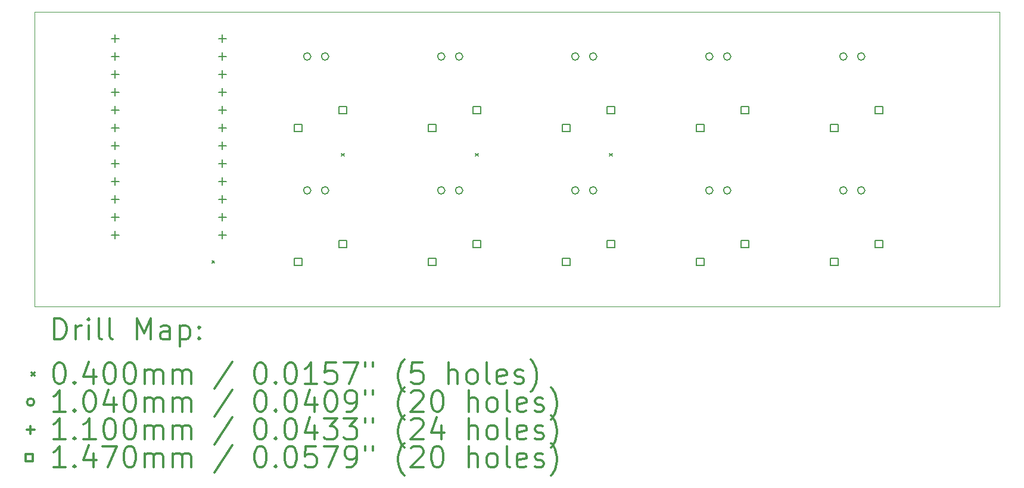
<source format=gbr>
%FSLAX45Y45*%
G04 Gerber Fmt 4.5, Leading zero omitted, Abs format (unit mm)*
G04 Created by KiCad (PCBNEW (5.1.10)-1) date 2022-01-19 18:15:39*
%MOMM*%
%LPD*%
G01*
G04 APERTURE LIST*
%TA.AperFunction,Profile*%
%ADD10C,0.100000*%
%TD*%
%ADD11C,0.200000*%
%ADD12C,0.300000*%
G04 APERTURE END LIST*
D10*
X21590000Y-8001000D02*
X21590000Y-12192000D01*
X7874000Y-8001000D02*
X21590000Y-8001000D01*
X7874000Y-12192000D02*
X7874000Y-8001000D01*
X21590000Y-12192000D02*
X7874000Y-12192000D01*
D11*
X10394000Y-11537000D02*
X10434000Y-11577000D01*
X10434000Y-11537000D02*
X10394000Y-11577000D01*
X12235500Y-10013000D02*
X12275500Y-10053000D01*
X12275500Y-10013000D02*
X12235500Y-10053000D01*
X12235500Y-10013000D02*
X12275500Y-10053000D01*
X12275500Y-10013000D02*
X12235500Y-10053000D01*
X14140500Y-10013000D02*
X14180500Y-10053000D01*
X14180500Y-10013000D02*
X14140500Y-10053000D01*
X16045500Y-10013000D02*
X16085500Y-10053000D01*
X16085500Y-10013000D02*
X16045500Y-10053000D01*
X11799500Y-8636000D02*
G75*
G03*
X11799500Y-8636000I-52000J0D01*
G01*
X11799500Y-10541000D02*
G75*
G03*
X11799500Y-10541000I-52000J0D01*
G01*
X12053500Y-8636000D02*
G75*
G03*
X12053500Y-8636000I-52000J0D01*
G01*
X12053500Y-10541000D02*
G75*
G03*
X12053500Y-10541000I-52000J0D01*
G01*
X13704500Y-8636000D02*
G75*
G03*
X13704500Y-8636000I-52000J0D01*
G01*
X13704500Y-10541000D02*
G75*
G03*
X13704500Y-10541000I-52000J0D01*
G01*
X13958500Y-8636000D02*
G75*
G03*
X13958500Y-8636000I-52000J0D01*
G01*
X13958500Y-10541000D02*
G75*
G03*
X13958500Y-10541000I-52000J0D01*
G01*
X15609500Y-8636000D02*
G75*
G03*
X15609500Y-8636000I-52000J0D01*
G01*
X15609500Y-10541000D02*
G75*
G03*
X15609500Y-10541000I-52000J0D01*
G01*
X15863500Y-8636000D02*
G75*
G03*
X15863500Y-8636000I-52000J0D01*
G01*
X15863500Y-10541000D02*
G75*
G03*
X15863500Y-10541000I-52000J0D01*
G01*
X17514500Y-8636000D02*
G75*
G03*
X17514500Y-8636000I-52000J0D01*
G01*
X17514500Y-10541000D02*
G75*
G03*
X17514500Y-10541000I-52000J0D01*
G01*
X17768500Y-8636000D02*
G75*
G03*
X17768500Y-8636000I-52000J0D01*
G01*
X17768500Y-10541000D02*
G75*
G03*
X17768500Y-10541000I-52000J0D01*
G01*
X19419500Y-8636000D02*
G75*
G03*
X19419500Y-8636000I-52000J0D01*
G01*
X19419500Y-10541000D02*
G75*
G03*
X19419500Y-10541000I-52000J0D01*
G01*
X19673500Y-8636000D02*
G75*
G03*
X19673500Y-8636000I-52000J0D01*
G01*
X19673500Y-10541000D02*
G75*
G03*
X19673500Y-10541000I-52000J0D01*
G01*
X9017000Y-8327000D02*
X9017000Y-8437000D01*
X8962000Y-8382000D02*
X9072000Y-8382000D01*
X9017000Y-8581000D02*
X9017000Y-8691000D01*
X8962000Y-8636000D02*
X9072000Y-8636000D01*
X9017000Y-8835000D02*
X9017000Y-8945000D01*
X8962000Y-8890000D02*
X9072000Y-8890000D01*
X9017000Y-9089000D02*
X9017000Y-9199000D01*
X8962000Y-9144000D02*
X9072000Y-9144000D01*
X9017000Y-9343000D02*
X9017000Y-9453000D01*
X8962000Y-9398000D02*
X9072000Y-9398000D01*
X9017000Y-9597000D02*
X9017000Y-9707000D01*
X8962000Y-9652000D02*
X9072000Y-9652000D01*
X9017000Y-9851000D02*
X9017000Y-9961000D01*
X8962000Y-9906000D02*
X9072000Y-9906000D01*
X9017000Y-10105000D02*
X9017000Y-10215000D01*
X8962000Y-10160000D02*
X9072000Y-10160000D01*
X9017000Y-10359000D02*
X9017000Y-10469000D01*
X8962000Y-10414000D02*
X9072000Y-10414000D01*
X9017000Y-10613000D02*
X9017000Y-10723000D01*
X8962000Y-10668000D02*
X9072000Y-10668000D01*
X9017000Y-10867000D02*
X9017000Y-10977000D01*
X8962000Y-10922000D02*
X9072000Y-10922000D01*
X9017000Y-11121000D02*
X9017000Y-11231000D01*
X8962000Y-11176000D02*
X9072000Y-11176000D01*
X10541000Y-8327000D02*
X10541000Y-8437000D01*
X10486000Y-8382000D02*
X10596000Y-8382000D01*
X10541000Y-8581000D02*
X10541000Y-8691000D01*
X10486000Y-8636000D02*
X10596000Y-8636000D01*
X10541000Y-8835000D02*
X10541000Y-8945000D01*
X10486000Y-8890000D02*
X10596000Y-8890000D01*
X10541000Y-9089000D02*
X10541000Y-9199000D01*
X10486000Y-9144000D02*
X10596000Y-9144000D01*
X10541000Y-9343000D02*
X10541000Y-9453000D01*
X10486000Y-9398000D02*
X10596000Y-9398000D01*
X10541000Y-9597000D02*
X10541000Y-9707000D01*
X10486000Y-9652000D02*
X10596000Y-9652000D01*
X10541000Y-9851000D02*
X10541000Y-9961000D01*
X10486000Y-9906000D02*
X10596000Y-9906000D01*
X10541000Y-10105000D02*
X10541000Y-10215000D01*
X10486000Y-10160000D02*
X10596000Y-10160000D01*
X10541000Y-10359000D02*
X10541000Y-10469000D01*
X10486000Y-10414000D02*
X10596000Y-10414000D01*
X10541000Y-10613000D02*
X10541000Y-10723000D01*
X10486000Y-10668000D02*
X10596000Y-10668000D01*
X10541000Y-10867000D02*
X10541000Y-10977000D01*
X10486000Y-10922000D02*
X10596000Y-10922000D01*
X10541000Y-11121000D02*
X10541000Y-11231000D01*
X10486000Y-11176000D02*
X10596000Y-11176000D01*
X11672473Y-9703973D02*
X11672473Y-9600027D01*
X11568527Y-9600027D01*
X11568527Y-9703973D01*
X11672473Y-9703973D01*
X11672473Y-11608973D02*
X11672473Y-11505027D01*
X11568527Y-11505027D01*
X11568527Y-11608973D01*
X11672473Y-11608973D01*
X12307473Y-9449973D02*
X12307473Y-9346027D01*
X12203527Y-9346027D01*
X12203527Y-9449973D01*
X12307473Y-9449973D01*
X12307473Y-11354973D02*
X12307473Y-11251027D01*
X12203527Y-11251027D01*
X12203527Y-11354973D01*
X12307473Y-11354973D01*
X13577473Y-9703973D02*
X13577473Y-9600027D01*
X13473527Y-9600027D01*
X13473527Y-9703973D01*
X13577473Y-9703973D01*
X13577473Y-11608973D02*
X13577473Y-11505027D01*
X13473527Y-11505027D01*
X13473527Y-11608973D01*
X13577473Y-11608973D01*
X14212473Y-9449973D02*
X14212473Y-9346027D01*
X14108527Y-9346027D01*
X14108527Y-9449973D01*
X14212473Y-9449973D01*
X14212473Y-11354973D02*
X14212473Y-11251027D01*
X14108527Y-11251027D01*
X14108527Y-11354973D01*
X14212473Y-11354973D01*
X15482473Y-9703973D02*
X15482473Y-9600027D01*
X15378527Y-9600027D01*
X15378527Y-9703973D01*
X15482473Y-9703973D01*
X15482473Y-11608973D02*
X15482473Y-11505027D01*
X15378527Y-11505027D01*
X15378527Y-11608973D01*
X15482473Y-11608973D01*
X16117473Y-9449973D02*
X16117473Y-9346027D01*
X16013527Y-9346027D01*
X16013527Y-9449973D01*
X16117473Y-9449973D01*
X16117473Y-11354973D02*
X16117473Y-11251027D01*
X16013527Y-11251027D01*
X16013527Y-11354973D01*
X16117473Y-11354973D01*
X17387473Y-9703973D02*
X17387473Y-9600027D01*
X17283527Y-9600027D01*
X17283527Y-9703973D01*
X17387473Y-9703973D01*
X17387473Y-11608973D02*
X17387473Y-11505027D01*
X17283527Y-11505027D01*
X17283527Y-11608973D01*
X17387473Y-11608973D01*
X18022473Y-9449973D02*
X18022473Y-9346027D01*
X17918527Y-9346027D01*
X17918527Y-9449973D01*
X18022473Y-9449973D01*
X18022473Y-11354973D02*
X18022473Y-11251027D01*
X17918527Y-11251027D01*
X17918527Y-11354973D01*
X18022473Y-11354973D01*
X19292473Y-9703973D02*
X19292473Y-9600027D01*
X19188527Y-9600027D01*
X19188527Y-9703973D01*
X19292473Y-9703973D01*
X19292473Y-11608973D02*
X19292473Y-11505027D01*
X19188527Y-11505027D01*
X19188527Y-11608973D01*
X19292473Y-11608973D01*
X19927473Y-9449973D02*
X19927473Y-9346027D01*
X19823527Y-9346027D01*
X19823527Y-9449973D01*
X19927473Y-9449973D01*
X19927473Y-11354973D02*
X19927473Y-11251027D01*
X19823527Y-11251027D01*
X19823527Y-11354973D01*
X19927473Y-11354973D01*
D12*
X8155428Y-12662714D02*
X8155428Y-12362714D01*
X8226857Y-12362714D01*
X8269714Y-12377000D01*
X8298286Y-12405571D01*
X8312571Y-12434143D01*
X8326857Y-12491286D01*
X8326857Y-12534143D01*
X8312571Y-12591286D01*
X8298286Y-12619857D01*
X8269714Y-12648429D01*
X8226857Y-12662714D01*
X8155428Y-12662714D01*
X8455428Y-12662714D02*
X8455428Y-12462714D01*
X8455428Y-12519857D02*
X8469714Y-12491286D01*
X8484000Y-12477000D01*
X8512571Y-12462714D01*
X8541143Y-12462714D01*
X8641143Y-12662714D02*
X8641143Y-12462714D01*
X8641143Y-12362714D02*
X8626857Y-12377000D01*
X8641143Y-12391286D01*
X8655428Y-12377000D01*
X8641143Y-12362714D01*
X8641143Y-12391286D01*
X8826857Y-12662714D02*
X8798286Y-12648429D01*
X8784000Y-12619857D01*
X8784000Y-12362714D01*
X8984000Y-12662714D02*
X8955428Y-12648429D01*
X8941143Y-12619857D01*
X8941143Y-12362714D01*
X9326857Y-12662714D02*
X9326857Y-12362714D01*
X9426857Y-12577000D01*
X9526857Y-12362714D01*
X9526857Y-12662714D01*
X9798286Y-12662714D02*
X9798286Y-12505571D01*
X9784000Y-12477000D01*
X9755428Y-12462714D01*
X9698286Y-12462714D01*
X9669714Y-12477000D01*
X9798286Y-12648429D02*
X9769714Y-12662714D01*
X9698286Y-12662714D01*
X9669714Y-12648429D01*
X9655428Y-12619857D01*
X9655428Y-12591286D01*
X9669714Y-12562714D01*
X9698286Y-12548429D01*
X9769714Y-12548429D01*
X9798286Y-12534143D01*
X9941143Y-12462714D02*
X9941143Y-12762714D01*
X9941143Y-12477000D02*
X9969714Y-12462714D01*
X10026857Y-12462714D01*
X10055428Y-12477000D01*
X10069714Y-12491286D01*
X10084000Y-12519857D01*
X10084000Y-12605571D01*
X10069714Y-12634143D01*
X10055428Y-12648429D01*
X10026857Y-12662714D01*
X9969714Y-12662714D01*
X9941143Y-12648429D01*
X10212571Y-12634143D02*
X10226857Y-12648429D01*
X10212571Y-12662714D01*
X10198286Y-12648429D01*
X10212571Y-12634143D01*
X10212571Y-12662714D01*
X10212571Y-12477000D02*
X10226857Y-12491286D01*
X10212571Y-12505571D01*
X10198286Y-12491286D01*
X10212571Y-12477000D01*
X10212571Y-12505571D01*
X7829000Y-13137000D02*
X7869000Y-13177000D01*
X7869000Y-13137000D02*
X7829000Y-13177000D01*
X8212571Y-12992714D02*
X8241143Y-12992714D01*
X8269714Y-13007000D01*
X8284000Y-13021286D01*
X8298286Y-13049857D01*
X8312571Y-13107000D01*
X8312571Y-13178429D01*
X8298286Y-13235571D01*
X8284000Y-13264143D01*
X8269714Y-13278429D01*
X8241143Y-13292714D01*
X8212571Y-13292714D01*
X8184000Y-13278429D01*
X8169714Y-13264143D01*
X8155428Y-13235571D01*
X8141143Y-13178429D01*
X8141143Y-13107000D01*
X8155428Y-13049857D01*
X8169714Y-13021286D01*
X8184000Y-13007000D01*
X8212571Y-12992714D01*
X8441143Y-13264143D02*
X8455428Y-13278429D01*
X8441143Y-13292714D01*
X8426857Y-13278429D01*
X8441143Y-13264143D01*
X8441143Y-13292714D01*
X8712571Y-13092714D02*
X8712571Y-13292714D01*
X8641143Y-12978429D02*
X8569714Y-13192714D01*
X8755428Y-13192714D01*
X8926857Y-12992714D02*
X8955428Y-12992714D01*
X8984000Y-13007000D01*
X8998286Y-13021286D01*
X9012571Y-13049857D01*
X9026857Y-13107000D01*
X9026857Y-13178429D01*
X9012571Y-13235571D01*
X8998286Y-13264143D01*
X8984000Y-13278429D01*
X8955428Y-13292714D01*
X8926857Y-13292714D01*
X8898286Y-13278429D01*
X8884000Y-13264143D01*
X8869714Y-13235571D01*
X8855428Y-13178429D01*
X8855428Y-13107000D01*
X8869714Y-13049857D01*
X8884000Y-13021286D01*
X8898286Y-13007000D01*
X8926857Y-12992714D01*
X9212571Y-12992714D02*
X9241143Y-12992714D01*
X9269714Y-13007000D01*
X9284000Y-13021286D01*
X9298286Y-13049857D01*
X9312571Y-13107000D01*
X9312571Y-13178429D01*
X9298286Y-13235571D01*
X9284000Y-13264143D01*
X9269714Y-13278429D01*
X9241143Y-13292714D01*
X9212571Y-13292714D01*
X9184000Y-13278429D01*
X9169714Y-13264143D01*
X9155428Y-13235571D01*
X9141143Y-13178429D01*
X9141143Y-13107000D01*
X9155428Y-13049857D01*
X9169714Y-13021286D01*
X9184000Y-13007000D01*
X9212571Y-12992714D01*
X9441143Y-13292714D02*
X9441143Y-13092714D01*
X9441143Y-13121286D02*
X9455428Y-13107000D01*
X9484000Y-13092714D01*
X9526857Y-13092714D01*
X9555428Y-13107000D01*
X9569714Y-13135571D01*
X9569714Y-13292714D01*
X9569714Y-13135571D02*
X9584000Y-13107000D01*
X9612571Y-13092714D01*
X9655428Y-13092714D01*
X9684000Y-13107000D01*
X9698286Y-13135571D01*
X9698286Y-13292714D01*
X9841143Y-13292714D02*
X9841143Y-13092714D01*
X9841143Y-13121286D02*
X9855428Y-13107000D01*
X9884000Y-13092714D01*
X9926857Y-13092714D01*
X9955428Y-13107000D01*
X9969714Y-13135571D01*
X9969714Y-13292714D01*
X9969714Y-13135571D02*
X9984000Y-13107000D01*
X10012571Y-13092714D01*
X10055428Y-13092714D01*
X10084000Y-13107000D01*
X10098286Y-13135571D01*
X10098286Y-13292714D01*
X10684000Y-12978429D02*
X10426857Y-13364143D01*
X11069714Y-12992714D02*
X11098286Y-12992714D01*
X11126857Y-13007000D01*
X11141143Y-13021286D01*
X11155428Y-13049857D01*
X11169714Y-13107000D01*
X11169714Y-13178429D01*
X11155428Y-13235571D01*
X11141143Y-13264143D01*
X11126857Y-13278429D01*
X11098286Y-13292714D01*
X11069714Y-13292714D01*
X11041143Y-13278429D01*
X11026857Y-13264143D01*
X11012571Y-13235571D01*
X10998286Y-13178429D01*
X10998286Y-13107000D01*
X11012571Y-13049857D01*
X11026857Y-13021286D01*
X11041143Y-13007000D01*
X11069714Y-12992714D01*
X11298286Y-13264143D02*
X11312571Y-13278429D01*
X11298286Y-13292714D01*
X11284000Y-13278429D01*
X11298286Y-13264143D01*
X11298286Y-13292714D01*
X11498286Y-12992714D02*
X11526857Y-12992714D01*
X11555428Y-13007000D01*
X11569714Y-13021286D01*
X11584000Y-13049857D01*
X11598286Y-13107000D01*
X11598286Y-13178429D01*
X11584000Y-13235571D01*
X11569714Y-13264143D01*
X11555428Y-13278429D01*
X11526857Y-13292714D01*
X11498286Y-13292714D01*
X11469714Y-13278429D01*
X11455428Y-13264143D01*
X11441143Y-13235571D01*
X11426857Y-13178429D01*
X11426857Y-13107000D01*
X11441143Y-13049857D01*
X11455428Y-13021286D01*
X11469714Y-13007000D01*
X11498286Y-12992714D01*
X11884000Y-13292714D02*
X11712571Y-13292714D01*
X11798286Y-13292714D02*
X11798286Y-12992714D01*
X11769714Y-13035571D01*
X11741143Y-13064143D01*
X11712571Y-13078429D01*
X12155428Y-12992714D02*
X12012571Y-12992714D01*
X11998286Y-13135571D01*
X12012571Y-13121286D01*
X12041143Y-13107000D01*
X12112571Y-13107000D01*
X12141143Y-13121286D01*
X12155428Y-13135571D01*
X12169714Y-13164143D01*
X12169714Y-13235571D01*
X12155428Y-13264143D01*
X12141143Y-13278429D01*
X12112571Y-13292714D01*
X12041143Y-13292714D01*
X12012571Y-13278429D01*
X11998286Y-13264143D01*
X12269714Y-12992714D02*
X12469714Y-12992714D01*
X12341143Y-13292714D01*
X12569714Y-12992714D02*
X12569714Y-13049857D01*
X12684000Y-12992714D02*
X12684000Y-13049857D01*
X13126857Y-13407000D02*
X13112571Y-13392714D01*
X13084000Y-13349857D01*
X13069714Y-13321286D01*
X13055428Y-13278429D01*
X13041143Y-13207000D01*
X13041143Y-13149857D01*
X13055428Y-13078429D01*
X13069714Y-13035571D01*
X13084000Y-13007000D01*
X13112571Y-12964143D01*
X13126857Y-12949857D01*
X13384000Y-12992714D02*
X13241143Y-12992714D01*
X13226857Y-13135571D01*
X13241143Y-13121286D01*
X13269714Y-13107000D01*
X13341143Y-13107000D01*
X13369714Y-13121286D01*
X13384000Y-13135571D01*
X13398286Y-13164143D01*
X13398286Y-13235571D01*
X13384000Y-13264143D01*
X13369714Y-13278429D01*
X13341143Y-13292714D01*
X13269714Y-13292714D01*
X13241143Y-13278429D01*
X13226857Y-13264143D01*
X13755428Y-13292714D02*
X13755428Y-12992714D01*
X13884000Y-13292714D02*
X13884000Y-13135571D01*
X13869714Y-13107000D01*
X13841143Y-13092714D01*
X13798286Y-13092714D01*
X13769714Y-13107000D01*
X13755428Y-13121286D01*
X14069714Y-13292714D02*
X14041143Y-13278429D01*
X14026857Y-13264143D01*
X14012571Y-13235571D01*
X14012571Y-13149857D01*
X14026857Y-13121286D01*
X14041143Y-13107000D01*
X14069714Y-13092714D01*
X14112571Y-13092714D01*
X14141143Y-13107000D01*
X14155428Y-13121286D01*
X14169714Y-13149857D01*
X14169714Y-13235571D01*
X14155428Y-13264143D01*
X14141143Y-13278429D01*
X14112571Y-13292714D01*
X14069714Y-13292714D01*
X14341143Y-13292714D02*
X14312571Y-13278429D01*
X14298286Y-13249857D01*
X14298286Y-12992714D01*
X14569714Y-13278429D02*
X14541143Y-13292714D01*
X14484000Y-13292714D01*
X14455428Y-13278429D01*
X14441143Y-13249857D01*
X14441143Y-13135571D01*
X14455428Y-13107000D01*
X14484000Y-13092714D01*
X14541143Y-13092714D01*
X14569714Y-13107000D01*
X14584000Y-13135571D01*
X14584000Y-13164143D01*
X14441143Y-13192714D01*
X14698286Y-13278429D02*
X14726857Y-13292714D01*
X14784000Y-13292714D01*
X14812571Y-13278429D01*
X14826857Y-13249857D01*
X14826857Y-13235571D01*
X14812571Y-13207000D01*
X14784000Y-13192714D01*
X14741143Y-13192714D01*
X14712571Y-13178429D01*
X14698286Y-13149857D01*
X14698286Y-13135571D01*
X14712571Y-13107000D01*
X14741143Y-13092714D01*
X14784000Y-13092714D01*
X14812571Y-13107000D01*
X14926857Y-13407000D02*
X14941143Y-13392714D01*
X14969714Y-13349857D01*
X14984000Y-13321286D01*
X14998286Y-13278429D01*
X15012571Y-13207000D01*
X15012571Y-13149857D01*
X14998286Y-13078429D01*
X14984000Y-13035571D01*
X14969714Y-13007000D01*
X14941143Y-12964143D01*
X14926857Y-12949857D01*
X7869000Y-13553000D02*
G75*
G03*
X7869000Y-13553000I-52000J0D01*
G01*
X8312571Y-13688714D02*
X8141143Y-13688714D01*
X8226857Y-13688714D02*
X8226857Y-13388714D01*
X8198286Y-13431571D01*
X8169714Y-13460143D01*
X8141143Y-13474429D01*
X8441143Y-13660143D02*
X8455428Y-13674429D01*
X8441143Y-13688714D01*
X8426857Y-13674429D01*
X8441143Y-13660143D01*
X8441143Y-13688714D01*
X8641143Y-13388714D02*
X8669714Y-13388714D01*
X8698286Y-13403000D01*
X8712571Y-13417286D01*
X8726857Y-13445857D01*
X8741143Y-13503000D01*
X8741143Y-13574429D01*
X8726857Y-13631571D01*
X8712571Y-13660143D01*
X8698286Y-13674429D01*
X8669714Y-13688714D01*
X8641143Y-13688714D01*
X8612571Y-13674429D01*
X8598286Y-13660143D01*
X8584000Y-13631571D01*
X8569714Y-13574429D01*
X8569714Y-13503000D01*
X8584000Y-13445857D01*
X8598286Y-13417286D01*
X8612571Y-13403000D01*
X8641143Y-13388714D01*
X8998286Y-13488714D02*
X8998286Y-13688714D01*
X8926857Y-13374429D02*
X8855428Y-13588714D01*
X9041143Y-13588714D01*
X9212571Y-13388714D02*
X9241143Y-13388714D01*
X9269714Y-13403000D01*
X9284000Y-13417286D01*
X9298286Y-13445857D01*
X9312571Y-13503000D01*
X9312571Y-13574429D01*
X9298286Y-13631571D01*
X9284000Y-13660143D01*
X9269714Y-13674429D01*
X9241143Y-13688714D01*
X9212571Y-13688714D01*
X9184000Y-13674429D01*
X9169714Y-13660143D01*
X9155428Y-13631571D01*
X9141143Y-13574429D01*
X9141143Y-13503000D01*
X9155428Y-13445857D01*
X9169714Y-13417286D01*
X9184000Y-13403000D01*
X9212571Y-13388714D01*
X9441143Y-13688714D02*
X9441143Y-13488714D01*
X9441143Y-13517286D02*
X9455428Y-13503000D01*
X9484000Y-13488714D01*
X9526857Y-13488714D01*
X9555428Y-13503000D01*
X9569714Y-13531571D01*
X9569714Y-13688714D01*
X9569714Y-13531571D02*
X9584000Y-13503000D01*
X9612571Y-13488714D01*
X9655428Y-13488714D01*
X9684000Y-13503000D01*
X9698286Y-13531571D01*
X9698286Y-13688714D01*
X9841143Y-13688714D02*
X9841143Y-13488714D01*
X9841143Y-13517286D02*
X9855428Y-13503000D01*
X9884000Y-13488714D01*
X9926857Y-13488714D01*
X9955428Y-13503000D01*
X9969714Y-13531571D01*
X9969714Y-13688714D01*
X9969714Y-13531571D02*
X9984000Y-13503000D01*
X10012571Y-13488714D01*
X10055428Y-13488714D01*
X10084000Y-13503000D01*
X10098286Y-13531571D01*
X10098286Y-13688714D01*
X10684000Y-13374429D02*
X10426857Y-13760143D01*
X11069714Y-13388714D02*
X11098286Y-13388714D01*
X11126857Y-13403000D01*
X11141143Y-13417286D01*
X11155428Y-13445857D01*
X11169714Y-13503000D01*
X11169714Y-13574429D01*
X11155428Y-13631571D01*
X11141143Y-13660143D01*
X11126857Y-13674429D01*
X11098286Y-13688714D01*
X11069714Y-13688714D01*
X11041143Y-13674429D01*
X11026857Y-13660143D01*
X11012571Y-13631571D01*
X10998286Y-13574429D01*
X10998286Y-13503000D01*
X11012571Y-13445857D01*
X11026857Y-13417286D01*
X11041143Y-13403000D01*
X11069714Y-13388714D01*
X11298286Y-13660143D02*
X11312571Y-13674429D01*
X11298286Y-13688714D01*
X11284000Y-13674429D01*
X11298286Y-13660143D01*
X11298286Y-13688714D01*
X11498286Y-13388714D02*
X11526857Y-13388714D01*
X11555428Y-13403000D01*
X11569714Y-13417286D01*
X11584000Y-13445857D01*
X11598286Y-13503000D01*
X11598286Y-13574429D01*
X11584000Y-13631571D01*
X11569714Y-13660143D01*
X11555428Y-13674429D01*
X11526857Y-13688714D01*
X11498286Y-13688714D01*
X11469714Y-13674429D01*
X11455428Y-13660143D01*
X11441143Y-13631571D01*
X11426857Y-13574429D01*
X11426857Y-13503000D01*
X11441143Y-13445857D01*
X11455428Y-13417286D01*
X11469714Y-13403000D01*
X11498286Y-13388714D01*
X11855428Y-13488714D02*
X11855428Y-13688714D01*
X11784000Y-13374429D02*
X11712571Y-13588714D01*
X11898286Y-13588714D01*
X12069714Y-13388714D02*
X12098286Y-13388714D01*
X12126857Y-13403000D01*
X12141143Y-13417286D01*
X12155428Y-13445857D01*
X12169714Y-13503000D01*
X12169714Y-13574429D01*
X12155428Y-13631571D01*
X12141143Y-13660143D01*
X12126857Y-13674429D01*
X12098286Y-13688714D01*
X12069714Y-13688714D01*
X12041143Y-13674429D01*
X12026857Y-13660143D01*
X12012571Y-13631571D01*
X11998286Y-13574429D01*
X11998286Y-13503000D01*
X12012571Y-13445857D01*
X12026857Y-13417286D01*
X12041143Y-13403000D01*
X12069714Y-13388714D01*
X12312571Y-13688714D02*
X12369714Y-13688714D01*
X12398286Y-13674429D01*
X12412571Y-13660143D01*
X12441143Y-13617286D01*
X12455428Y-13560143D01*
X12455428Y-13445857D01*
X12441143Y-13417286D01*
X12426857Y-13403000D01*
X12398286Y-13388714D01*
X12341143Y-13388714D01*
X12312571Y-13403000D01*
X12298286Y-13417286D01*
X12284000Y-13445857D01*
X12284000Y-13517286D01*
X12298286Y-13545857D01*
X12312571Y-13560143D01*
X12341143Y-13574429D01*
X12398286Y-13574429D01*
X12426857Y-13560143D01*
X12441143Y-13545857D01*
X12455428Y-13517286D01*
X12569714Y-13388714D02*
X12569714Y-13445857D01*
X12684000Y-13388714D02*
X12684000Y-13445857D01*
X13126857Y-13803000D02*
X13112571Y-13788714D01*
X13084000Y-13745857D01*
X13069714Y-13717286D01*
X13055428Y-13674429D01*
X13041143Y-13603000D01*
X13041143Y-13545857D01*
X13055428Y-13474429D01*
X13069714Y-13431571D01*
X13084000Y-13403000D01*
X13112571Y-13360143D01*
X13126857Y-13345857D01*
X13226857Y-13417286D02*
X13241143Y-13403000D01*
X13269714Y-13388714D01*
X13341143Y-13388714D01*
X13369714Y-13403000D01*
X13384000Y-13417286D01*
X13398286Y-13445857D01*
X13398286Y-13474429D01*
X13384000Y-13517286D01*
X13212571Y-13688714D01*
X13398286Y-13688714D01*
X13584000Y-13388714D02*
X13612571Y-13388714D01*
X13641143Y-13403000D01*
X13655428Y-13417286D01*
X13669714Y-13445857D01*
X13684000Y-13503000D01*
X13684000Y-13574429D01*
X13669714Y-13631571D01*
X13655428Y-13660143D01*
X13641143Y-13674429D01*
X13612571Y-13688714D01*
X13584000Y-13688714D01*
X13555428Y-13674429D01*
X13541143Y-13660143D01*
X13526857Y-13631571D01*
X13512571Y-13574429D01*
X13512571Y-13503000D01*
X13526857Y-13445857D01*
X13541143Y-13417286D01*
X13555428Y-13403000D01*
X13584000Y-13388714D01*
X14041143Y-13688714D02*
X14041143Y-13388714D01*
X14169714Y-13688714D02*
X14169714Y-13531571D01*
X14155428Y-13503000D01*
X14126857Y-13488714D01*
X14084000Y-13488714D01*
X14055428Y-13503000D01*
X14041143Y-13517286D01*
X14355428Y-13688714D02*
X14326857Y-13674429D01*
X14312571Y-13660143D01*
X14298286Y-13631571D01*
X14298286Y-13545857D01*
X14312571Y-13517286D01*
X14326857Y-13503000D01*
X14355428Y-13488714D01*
X14398286Y-13488714D01*
X14426857Y-13503000D01*
X14441143Y-13517286D01*
X14455428Y-13545857D01*
X14455428Y-13631571D01*
X14441143Y-13660143D01*
X14426857Y-13674429D01*
X14398286Y-13688714D01*
X14355428Y-13688714D01*
X14626857Y-13688714D02*
X14598286Y-13674429D01*
X14584000Y-13645857D01*
X14584000Y-13388714D01*
X14855428Y-13674429D02*
X14826857Y-13688714D01*
X14769714Y-13688714D01*
X14741143Y-13674429D01*
X14726857Y-13645857D01*
X14726857Y-13531571D01*
X14741143Y-13503000D01*
X14769714Y-13488714D01*
X14826857Y-13488714D01*
X14855428Y-13503000D01*
X14869714Y-13531571D01*
X14869714Y-13560143D01*
X14726857Y-13588714D01*
X14984000Y-13674429D02*
X15012571Y-13688714D01*
X15069714Y-13688714D01*
X15098286Y-13674429D01*
X15112571Y-13645857D01*
X15112571Y-13631571D01*
X15098286Y-13603000D01*
X15069714Y-13588714D01*
X15026857Y-13588714D01*
X14998286Y-13574429D01*
X14984000Y-13545857D01*
X14984000Y-13531571D01*
X14998286Y-13503000D01*
X15026857Y-13488714D01*
X15069714Y-13488714D01*
X15098286Y-13503000D01*
X15212571Y-13803000D02*
X15226857Y-13788714D01*
X15255428Y-13745857D01*
X15269714Y-13717286D01*
X15284000Y-13674429D01*
X15298286Y-13603000D01*
X15298286Y-13545857D01*
X15284000Y-13474429D01*
X15269714Y-13431571D01*
X15255428Y-13403000D01*
X15226857Y-13360143D01*
X15212571Y-13345857D01*
X7814000Y-13894000D02*
X7814000Y-14004000D01*
X7759000Y-13949000D02*
X7869000Y-13949000D01*
X8312571Y-14084714D02*
X8141143Y-14084714D01*
X8226857Y-14084714D02*
X8226857Y-13784714D01*
X8198286Y-13827571D01*
X8169714Y-13856143D01*
X8141143Y-13870429D01*
X8441143Y-14056143D02*
X8455428Y-14070429D01*
X8441143Y-14084714D01*
X8426857Y-14070429D01*
X8441143Y-14056143D01*
X8441143Y-14084714D01*
X8741143Y-14084714D02*
X8569714Y-14084714D01*
X8655428Y-14084714D02*
X8655428Y-13784714D01*
X8626857Y-13827571D01*
X8598286Y-13856143D01*
X8569714Y-13870429D01*
X8926857Y-13784714D02*
X8955428Y-13784714D01*
X8984000Y-13799000D01*
X8998286Y-13813286D01*
X9012571Y-13841857D01*
X9026857Y-13899000D01*
X9026857Y-13970429D01*
X9012571Y-14027571D01*
X8998286Y-14056143D01*
X8984000Y-14070429D01*
X8955428Y-14084714D01*
X8926857Y-14084714D01*
X8898286Y-14070429D01*
X8884000Y-14056143D01*
X8869714Y-14027571D01*
X8855428Y-13970429D01*
X8855428Y-13899000D01*
X8869714Y-13841857D01*
X8884000Y-13813286D01*
X8898286Y-13799000D01*
X8926857Y-13784714D01*
X9212571Y-13784714D02*
X9241143Y-13784714D01*
X9269714Y-13799000D01*
X9284000Y-13813286D01*
X9298286Y-13841857D01*
X9312571Y-13899000D01*
X9312571Y-13970429D01*
X9298286Y-14027571D01*
X9284000Y-14056143D01*
X9269714Y-14070429D01*
X9241143Y-14084714D01*
X9212571Y-14084714D01*
X9184000Y-14070429D01*
X9169714Y-14056143D01*
X9155428Y-14027571D01*
X9141143Y-13970429D01*
X9141143Y-13899000D01*
X9155428Y-13841857D01*
X9169714Y-13813286D01*
X9184000Y-13799000D01*
X9212571Y-13784714D01*
X9441143Y-14084714D02*
X9441143Y-13884714D01*
X9441143Y-13913286D02*
X9455428Y-13899000D01*
X9484000Y-13884714D01*
X9526857Y-13884714D01*
X9555428Y-13899000D01*
X9569714Y-13927571D01*
X9569714Y-14084714D01*
X9569714Y-13927571D02*
X9584000Y-13899000D01*
X9612571Y-13884714D01*
X9655428Y-13884714D01*
X9684000Y-13899000D01*
X9698286Y-13927571D01*
X9698286Y-14084714D01*
X9841143Y-14084714D02*
X9841143Y-13884714D01*
X9841143Y-13913286D02*
X9855428Y-13899000D01*
X9884000Y-13884714D01*
X9926857Y-13884714D01*
X9955428Y-13899000D01*
X9969714Y-13927571D01*
X9969714Y-14084714D01*
X9969714Y-13927571D02*
X9984000Y-13899000D01*
X10012571Y-13884714D01*
X10055428Y-13884714D01*
X10084000Y-13899000D01*
X10098286Y-13927571D01*
X10098286Y-14084714D01*
X10684000Y-13770429D02*
X10426857Y-14156143D01*
X11069714Y-13784714D02*
X11098286Y-13784714D01*
X11126857Y-13799000D01*
X11141143Y-13813286D01*
X11155428Y-13841857D01*
X11169714Y-13899000D01*
X11169714Y-13970429D01*
X11155428Y-14027571D01*
X11141143Y-14056143D01*
X11126857Y-14070429D01*
X11098286Y-14084714D01*
X11069714Y-14084714D01*
X11041143Y-14070429D01*
X11026857Y-14056143D01*
X11012571Y-14027571D01*
X10998286Y-13970429D01*
X10998286Y-13899000D01*
X11012571Y-13841857D01*
X11026857Y-13813286D01*
X11041143Y-13799000D01*
X11069714Y-13784714D01*
X11298286Y-14056143D02*
X11312571Y-14070429D01*
X11298286Y-14084714D01*
X11284000Y-14070429D01*
X11298286Y-14056143D01*
X11298286Y-14084714D01*
X11498286Y-13784714D02*
X11526857Y-13784714D01*
X11555428Y-13799000D01*
X11569714Y-13813286D01*
X11584000Y-13841857D01*
X11598286Y-13899000D01*
X11598286Y-13970429D01*
X11584000Y-14027571D01*
X11569714Y-14056143D01*
X11555428Y-14070429D01*
X11526857Y-14084714D01*
X11498286Y-14084714D01*
X11469714Y-14070429D01*
X11455428Y-14056143D01*
X11441143Y-14027571D01*
X11426857Y-13970429D01*
X11426857Y-13899000D01*
X11441143Y-13841857D01*
X11455428Y-13813286D01*
X11469714Y-13799000D01*
X11498286Y-13784714D01*
X11855428Y-13884714D02*
X11855428Y-14084714D01*
X11784000Y-13770429D02*
X11712571Y-13984714D01*
X11898286Y-13984714D01*
X11984000Y-13784714D02*
X12169714Y-13784714D01*
X12069714Y-13899000D01*
X12112571Y-13899000D01*
X12141143Y-13913286D01*
X12155428Y-13927571D01*
X12169714Y-13956143D01*
X12169714Y-14027571D01*
X12155428Y-14056143D01*
X12141143Y-14070429D01*
X12112571Y-14084714D01*
X12026857Y-14084714D01*
X11998286Y-14070429D01*
X11984000Y-14056143D01*
X12269714Y-13784714D02*
X12455428Y-13784714D01*
X12355428Y-13899000D01*
X12398286Y-13899000D01*
X12426857Y-13913286D01*
X12441143Y-13927571D01*
X12455428Y-13956143D01*
X12455428Y-14027571D01*
X12441143Y-14056143D01*
X12426857Y-14070429D01*
X12398286Y-14084714D01*
X12312571Y-14084714D01*
X12284000Y-14070429D01*
X12269714Y-14056143D01*
X12569714Y-13784714D02*
X12569714Y-13841857D01*
X12684000Y-13784714D02*
X12684000Y-13841857D01*
X13126857Y-14199000D02*
X13112571Y-14184714D01*
X13084000Y-14141857D01*
X13069714Y-14113286D01*
X13055428Y-14070429D01*
X13041143Y-13999000D01*
X13041143Y-13941857D01*
X13055428Y-13870429D01*
X13069714Y-13827571D01*
X13084000Y-13799000D01*
X13112571Y-13756143D01*
X13126857Y-13741857D01*
X13226857Y-13813286D02*
X13241143Y-13799000D01*
X13269714Y-13784714D01*
X13341143Y-13784714D01*
X13369714Y-13799000D01*
X13384000Y-13813286D01*
X13398286Y-13841857D01*
X13398286Y-13870429D01*
X13384000Y-13913286D01*
X13212571Y-14084714D01*
X13398286Y-14084714D01*
X13655428Y-13884714D02*
X13655428Y-14084714D01*
X13584000Y-13770429D02*
X13512571Y-13984714D01*
X13698286Y-13984714D01*
X14041143Y-14084714D02*
X14041143Y-13784714D01*
X14169714Y-14084714D02*
X14169714Y-13927571D01*
X14155428Y-13899000D01*
X14126857Y-13884714D01*
X14084000Y-13884714D01*
X14055428Y-13899000D01*
X14041143Y-13913286D01*
X14355428Y-14084714D02*
X14326857Y-14070429D01*
X14312571Y-14056143D01*
X14298286Y-14027571D01*
X14298286Y-13941857D01*
X14312571Y-13913286D01*
X14326857Y-13899000D01*
X14355428Y-13884714D01*
X14398286Y-13884714D01*
X14426857Y-13899000D01*
X14441143Y-13913286D01*
X14455428Y-13941857D01*
X14455428Y-14027571D01*
X14441143Y-14056143D01*
X14426857Y-14070429D01*
X14398286Y-14084714D01*
X14355428Y-14084714D01*
X14626857Y-14084714D02*
X14598286Y-14070429D01*
X14584000Y-14041857D01*
X14584000Y-13784714D01*
X14855428Y-14070429D02*
X14826857Y-14084714D01*
X14769714Y-14084714D01*
X14741143Y-14070429D01*
X14726857Y-14041857D01*
X14726857Y-13927571D01*
X14741143Y-13899000D01*
X14769714Y-13884714D01*
X14826857Y-13884714D01*
X14855428Y-13899000D01*
X14869714Y-13927571D01*
X14869714Y-13956143D01*
X14726857Y-13984714D01*
X14984000Y-14070429D02*
X15012571Y-14084714D01*
X15069714Y-14084714D01*
X15098286Y-14070429D01*
X15112571Y-14041857D01*
X15112571Y-14027571D01*
X15098286Y-13999000D01*
X15069714Y-13984714D01*
X15026857Y-13984714D01*
X14998286Y-13970429D01*
X14984000Y-13941857D01*
X14984000Y-13927571D01*
X14998286Y-13899000D01*
X15026857Y-13884714D01*
X15069714Y-13884714D01*
X15098286Y-13899000D01*
X15212571Y-14199000D02*
X15226857Y-14184714D01*
X15255428Y-14141857D01*
X15269714Y-14113286D01*
X15284000Y-14070429D01*
X15298286Y-13999000D01*
X15298286Y-13941857D01*
X15284000Y-13870429D01*
X15269714Y-13827571D01*
X15255428Y-13799000D01*
X15226857Y-13756143D01*
X15212571Y-13741857D01*
X7847473Y-14396973D02*
X7847473Y-14293027D01*
X7743527Y-14293027D01*
X7743527Y-14396973D01*
X7847473Y-14396973D01*
X8312571Y-14480714D02*
X8141143Y-14480714D01*
X8226857Y-14480714D02*
X8226857Y-14180714D01*
X8198286Y-14223571D01*
X8169714Y-14252143D01*
X8141143Y-14266429D01*
X8441143Y-14452143D02*
X8455428Y-14466429D01*
X8441143Y-14480714D01*
X8426857Y-14466429D01*
X8441143Y-14452143D01*
X8441143Y-14480714D01*
X8712571Y-14280714D02*
X8712571Y-14480714D01*
X8641143Y-14166429D02*
X8569714Y-14380714D01*
X8755428Y-14380714D01*
X8841143Y-14180714D02*
X9041143Y-14180714D01*
X8912571Y-14480714D01*
X9212571Y-14180714D02*
X9241143Y-14180714D01*
X9269714Y-14195000D01*
X9284000Y-14209286D01*
X9298286Y-14237857D01*
X9312571Y-14295000D01*
X9312571Y-14366429D01*
X9298286Y-14423571D01*
X9284000Y-14452143D01*
X9269714Y-14466429D01*
X9241143Y-14480714D01*
X9212571Y-14480714D01*
X9184000Y-14466429D01*
X9169714Y-14452143D01*
X9155428Y-14423571D01*
X9141143Y-14366429D01*
X9141143Y-14295000D01*
X9155428Y-14237857D01*
X9169714Y-14209286D01*
X9184000Y-14195000D01*
X9212571Y-14180714D01*
X9441143Y-14480714D02*
X9441143Y-14280714D01*
X9441143Y-14309286D02*
X9455428Y-14295000D01*
X9484000Y-14280714D01*
X9526857Y-14280714D01*
X9555428Y-14295000D01*
X9569714Y-14323571D01*
X9569714Y-14480714D01*
X9569714Y-14323571D02*
X9584000Y-14295000D01*
X9612571Y-14280714D01*
X9655428Y-14280714D01*
X9684000Y-14295000D01*
X9698286Y-14323571D01*
X9698286Y-14480714D01*
X9841143Y-14480714D02*
X9841143Y-14280714D01*
X9841143Y-14309286D02*
X9855428Y-14295000D01*
X9884000Y-14280714D01*
X9926857Y-14280714D01*
X9955428Y-14295000D01*
X9969714Y-14323571D01*
X9969714Y-14480714D01*
X9969714Y-14323571D02*
X9984000Y-14295000D01*
X10012571Y-14280714D01*
X10055428Y-14280714D01*
X10084000Y-14295000D01*
X10098286Y-14323571D01*
X10098286Y-14480714D01*
X10684000Y-14166429D02*
X10426857Y-14552143D01*
X11069714Y-14180714D02*
X11098286Y-14180714D01*
X11126857Y-14195000D01*
X11141143Y-14209286D01*
X11155428Y-14237857D01*
X11169714Y-14295000D01*
X11169714Y-14366429D01*
X11155428Y-14423571D01*
X11141143Y-14452143D01*
X11126857Y-14466429D01*
X11098286Y-14480714D01*
X11069714Y-14480714D01*
X11041143Y-14466429D01*
X11026857Y-14452143D01*
X11012571Y-14423571D01*
X10998286Y-14366429D01*
X10998286Y-14295000D01*
X11012571Y-14237857D01*
X11026857Y-14209286D01*
X11041143Y-14195000D01*
X11069714Y-14180714D01*
X11298286Y-14452143D02*
X11312571Y-14466429D01*
X11298286Y-14480714D01*
X11284000Y-14466429D01*
X11298286Y-14452143D01*
X11298286Y-14480714D01*
X11498286Y-14180714D02*
X11526857Y-14180714D01*
X11555428Y-14195000D01*
X11569714Y-14209286D01*
X11584000Y-14237857D01*
X11598286Y-14295000D01*
X11598286Y-14366429D01*
X11584000Y-14423571D01*
X11569714Y-14452143D01*
X11555428Y-14466429D01*
X11526857Y-14480714D01*
X11498286Y-14480714D01*
X11469714Y-14466429D01*
X11455428Y-14452143D01*
X11441143Y-14423571D01*
X11426857Y-14366429D01*
X11426857Y-14295000D01*
X11441143Y-14237857D01*
X11455428Y-14209286D01*
X11469714Y-14195000D01*
X11498286Y-14180714D01*
X11869714Y-14180714D02*
X11726857Y-14180714D01*
X11712571Y-14323571D01*
X11726857Y-14309286D01*
X11755428Y-14295000D01*
X11826857Y-14295000D01*
X11855428Y-14309286D01*
X11869714Y-14323571D01*
X11884000Y-14352143D01*
X11884000Y-14423571D01*
X11869714Y-14452143D01*
X11855428Y-14466429D01*
X11826857Y-14480714D01*
X11755428Y-14480714D01*
X11726857Y-14466429D01*
X11712571Y-14452143D01*
X11984000Y-14180714D02*
X12184000Y-14180714D01*
X12055428Y-14480714D01*
X12312571Y-14480714D02*
X12369714Y-14480714D01*
X12398286Y-14466429D01*
X12412571Y-14452143D01*
X12441143Y-14409286D01*
X12455428Y-14352143D01*
X12455428Y-14237857D01*
X12441143Y-14209286D01*
X12426857Y-14195000D01*
X12398286Y-14180714D01*
X12341143Y-14180714D01*
X12312571Y-14195000D01*
X12298286Y-14209286D01*
X12284000Y-14237857D01*
X12284000Y-14309286D01*
X12298286Y-14337857D01*
X12312571Y-14352143D01*
X12341143Y-14366429D01*
X12398286Y-14366429D01*
X12426857Y-14352143D01*
X12441143Y-14337857D01*
X12455428Y-14309286D01*
X12569714Y-14180714D02*
X12569714Y-14237857D01*
X12684000Y-14180714D02*
X12684000Y-14237857D01*
X13126857Y-14595000D02*
X13112571Y-14580714D01*
X13084000Y-14537857D01*
X13069714Y-14509286D01*
X13055428Y-14466429D01*
X13041143Y-14395000D01*
X13041143Y-14337857D01*
X13055428Y-14266429D01*
X13069714Y-14223571D01*
X13084000Y-14195000D01*
X13112571Y-14152143D01*
X13126857Y-14137857D01*
X13226857Y-14209286D02*
X13241143Y-14195000D01*
X13269714Y-14180714D01*
X13341143Y-14180714D01*
X13369714Y-14195000D01*
X13384000Y-14209286D01*
X13398286Y-14237857D01*
X13398286Y-14266429D01*
X13384000Y-14309286D01*
X13212571Y-14480714D01*
X13398286Y-14480714D01*
X13584000Y-14180714D02*
X13612571Y-14180714D01*
X13641143Y-14195000D01*
X13655428Y-14209286D01*
X13669714Y-14237857D01*
X13684000Y-14295000D01*
X13684000Y-14366429D01*
X13669714Y-14423571D01*
X13655428Y-14452143D01*
X13641143Y-14466429D01*
X13612571Y-14480714D01*
X13584000Y-14480714D01*
X13555428Y-14466429D01*
X13541143Y-14452143D01*
X13526857Y-14423571D01*
X13512571Y-14366429D01*
X13512571Y-14295000D01*
X13526857Y-14237857D01*
X13541143Y-14209286D01*
X13555428Y-14195000D01*
X13584000Y-14180714D01*
X14041143Y-14480714D02*
X14041143Y-14180714D01*
X14169714Y-14480714D02*
X14169714Y-14323571D01*
X14155428Y-14295000D01*
X14126857Y-14280714D01*
X14084000Y-14280714D01*
X14055428Y-14295000D01*
X14041143Y-14309286D01*
X14355428Y-14480714D02*
X14326857Y-14466429D01*
X14312571Y-14452143D01*
X14298286Y-14423571D01*
X14298286Y-14337857D01*
X14312571Y-14309286D01*
X14326857Y-14295000D01*
X14355428Y-14280714D01*
X14398286Y-14280714D01*
X14426857Y-14295000D01*
X14441143Y-14309286D01*
X14455428Y-14337857D01*
X14455428Y-14423571D01*
X14441143Y-14452143D01*
X14426857Y-14466429D01*
X14398286Y-14480714D01*
X14355428Y-14480714D01*
X14626857Y-14480714D02*
X14598286Y-14466429D01*
X14584000Y-14437857D01*
X14584000Y-14180714D01*
X14855428Y-14466429D02*
X14826857Y-14480714D01*
X14769714Y-14480714D01*
X14741143Y-14466429D01*
X14726857Y-14437857D01*
X14726857Y-14323571D01*
X14741143Y-14295000D01*
X14769714Y-14280714D01*
X14826857Y-14280714D01*
X14855428Y-14295000D01*
X14869714Y-14323571D01*
X14869714Y-14352143D01*
X14726857Y-14380714D01*
X14984000Y-14466429D02*
X15012571Y-14480714D01*
X15069714Y-14480714D01*
X15098286Y-14466429D01*
X15112571Y-14437857D01*
X15112571Y-14423571D01*
X15098286Y-14395000D01*
X15069714Y-14380714D01*
X15026857Y-14380714D01*
X14998286Y-14366429D01*
X14984000Y-14337857D01*
X14984000Y-14323571D01*
X14998286Y-14295000D01*
X15026857Y-14280714D01*
X15069714Y-14280714D01*
X15098286Y-14295000D01*
X15212571Y-14595000D02*
X15226857Y-14580714D01*
X15255428Y-14537857D01*
X15269714Y-14509286D01*
X15284000Y-14466429D01*
X15298286Y-14395000D01*
X15298286Y-14337857D01*
X15284000Y-14266429D01*
X15269714Y-14223571D01*
X15255428Y-14195000D01*
X15226857Y-14152143D01*
X15212571Y-14137857D01*
M02*

</source>
